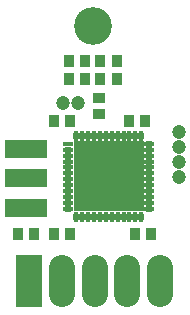
<source format=gts>
G04 Layer_Color=8388736*
%FSLAX25Y25*%
%MOIN*%
G70*
G01*
G75*
%ADD32O,0.08674X0.17335*%
%ADD33R,0.08674X0.17335*%
%ADD34C,0.04737*%
%ADD35R,0.14186X0.06312*%
%ADD36R,0.03556X0.03950*%
%ADD37R,0.03950X0.03556*%
%ADD38R,0.23635X0.23635*%
%ADD39O,0.01784X0.03556*%
%ADD40O,0.03556X0.01784*%
%ADD41R,0.03556X0.01784*%
%ADD42C,0.12611*%
D32*
X54535Y9138D02*
D03*
X21819D02*
D03*
X32724D02*
D03*
X43630D02*
D03*
D33*
X10913D02*
D03*
D34*
X27319Y68618D02*
D03*
X22319D02*
D03*
X60819Y44118D02*
D03*
Y49118D02*
D03*
Y59118D02*
D03*
Y54118D02*
D03*
D35*
X9819Y33776D02*
D03*
Y43618D02*
D03*
Y53461D02*
D03*
D36*
X24063Y82618D02*
D03*
X29575D02*
D03*
X24063Y76618D02*
D03*
X29575D02*
D03*
X7063Y25118D02*
D03*
X12575D02*
D03*
X40075Y82618D02*
D03*
X34563D02*
D03*
X40075Y76618D02*
D03*
X34563D02*
D03*
X49575Y62618D02*
D03*
X44063D02*
D03*
X51575Y25118D02*
D03*
X46063D02*
D03*
X19063D02*
D03*
X24575D02*
D03*
X19063Y62618D02*
D03*
X24575D02*
D03*
D37*
X34319Y70374D02*
D03*
Y64862D02*
D03*
D38*
X37461Y44201D02*
D03*
D39*
X26634Y57784D02*
D03*
X28602D02*
D03*
X30571D02*
D03*
X32539D02*
D03*
X34508D02*
D03*
X36476D02*
D03*
X38445D02*
D03*
X40413D02*
D03*
X42382D02*
D03*
X44350D02*
D03*
X46319D02*
D03*
X48287D02*
D03*
Y30618D02*
D03*
X46319D02*
D03*
X44350D02*
D03*
X42382D02*
D03*
X40413D02*
D03*
X38445D02*
D03*
X36476D02*
D03*
X34508D02*
D03*
X32539D02*
D03*
X30571D02*
D03*
X28602D02*
D03*
X26634D02*
D03*
D40*
X51043Y55028D02*
D03*
Y53059D02*
D03*
Y51091D02*
D03*
Y49122D02*
D03*
Y47153D02*
D03*
Y45185D02*
D03*
Y43216D02*
D03*
Y41248D02*
D03*
Y39279D02*
D03*
Y37311D02*
D03*
Y35342D02*
D03*
Y33374D02*
D03*
X23878D02*
D03*
Y35342D02*
D03*
Y37311D02*
D03*
Y39279D02*
D03*
Y41248D02*
D03*
Y43216D02*
D03*
Y45185D02*
D03*
Y47153D02*
D03*
Y49122D02*
D03*
Y51091D02*
D03*
Y53059D02*
D03*
D41*
Y55028D02*
D03*
D42*
X32154Y94291D02*
D03*
M02*

</source>
